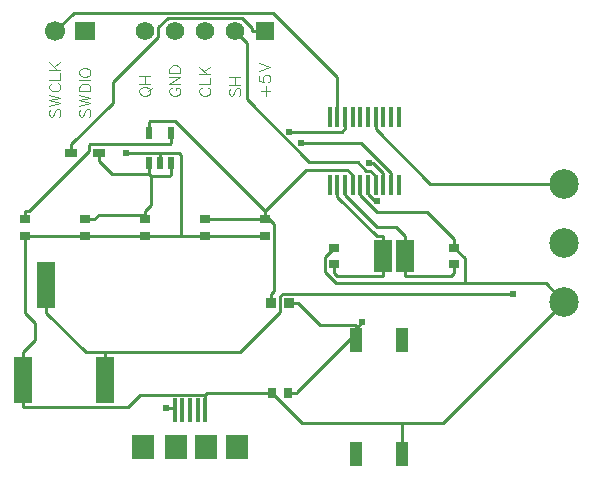
<source format=gtl>
G04 Layer: TopLayer*
G04 EasyEDA v6.5.40, 2024-08-17 15:48:36*
G04 cb6e2e9fbd21486d88ae5690d2d3dc00,10*
G04 Gerber Generator version 0.2*
G04 Scale: 100 percent, Rotated: No, Reflected: No *
G04 Dimensions in millimeters *
G04 leading zeros omitted , absolute positions ,4 integer and 5 decimal *
%FSLAX45Y45*%
%MOMM*%

%AMMACRO1*21,1,$1,$2,0,0,$3*%
%ADD10C,0.1000*%
%ADD11C,0.2540*%
%ADD12O,0.36400740000000004X1.7420082*%
%ADD13R,0.9000X0.8000*%
%ADD14R,1.0000X0.7500*%
%ADD15R,0.6000X1.1000*%
%ADD16MACRO1,1.5X2.7X0.0000*%
%ADD17R,0.4500X2.0000*%
%ADD18R,1.9000X2.1000*%
%ADD19R,0.8000X0.9000*%
%ADD20MACRO1,0.864X0.8065X-90.0000*%
%ADD21R,1.5000X4.0000*%
%ADD22R,1.0000X2.0000*%
%ADD23C,1.5748*%
%ADD24R,1.5748X1.5748*%
%ADD25R,1.7000X1.5748*%
%ADD26C,1.7000*%
%ADD27C,2.5000*%
%ADD28C,0.6100*%
%ADD29C,0.0148*%

%LPD*%
D10*
X725426Y3162554D02*
G01*
X716536Y3153410D01*
X711964Y3139694D01*
X711964Y3121405D01*
X716536Y3107944D01*
X725426Y3098800D01*
X734570Y3098800D01*
X743714Y3103371D01*
X748286Y3107944D01*
X752858Y3117087D01*
X762002Y3144265D01*
X766320Y3153410D01*
X770892Y3157981D01*
X780036Y3162554D01*
X793752Y3162554D01*
X802896Y3153410D01*
X807468Y3139694D01*
X807468Y3121405D01*
X802896Y3107944D01*
X793752Y3098800D01*
X711964Y3192526D02*
G01*
X807468Y3215131D01*
X711964Y3237992D02*
G01*
X807468Y3215131D01*
X711964Y3237992D02*
G01*
X807468Y3260597D01*
X711964Y3283457D02*
G01*
X807468Y3260597D01*
X734570Y3381502D02*
G01*
X725426Y3376929D01*
X716536Y3367786D01*
X711964Y3358895D01*
X711964Y3340607D01*
X716536Y3331463D01*
X725426Y3322320D01*
X734570Y3318002D01*
X748286Y3313429D01*
X770892Y3313429D01*
X784608Y3318002D01*
X793752Y3322320D01*
X802896Y3331463D01*
X807468Y3340607D01*
X807468Y3358895D01*
X802896Y3367786D01*
X793752Y3376929D01*
X784608Y3381502D01*
X711964Y3411473D02*
G01*
X807468Y3411473D01*
X807468Y3411473D02*
G01*
X807468Y3466084D01*
X711964Y3496055D02*
G01*
X807468Y3496055D01*
X711964Y3559810D02*
G01*
X775464Y3496055D01*
X752858Y3518915D02*
G01*
X807468Y3559810D01*
X979426Y3162554D02*
G01*
X970536Y3153410D01*
X965964Y3139694D01*
X965964Y3121405D01*
X970536Y3107944D01*
X979426Y3098800D01*
X988570Y3098800D01*
X997714Y3103371D01*
X1002286Y3107944D01*
X1006858Y3117087D01*
X1016002Y3144265D01*
X1020320Y3153410D01*
X1024892Y3157981D01*
X1034036Y3162554D01*
X1047752Y3162554D01*
X1056896Y3153410D01*
X1061468Y3139694D01*
X1061468Y3121405D01*
X1056896Y3107944D01*
X1047752Y3098800D01*
X965964Y3192526D02*
G01*
X1061468Y3215131D01*
X965964Y3237992D02*
G01*
X1061468Y3215131D01*
X965964Y3237992D02*
G01*
X1061468Y3260597D01*
X965964Y3283457D02*
G01*
X1061468Y3260597D01*
X965964Y3313429D02*
G01*
X1061468Y3313429D01*
X965964Y3313429D02*
G01*
X965964Y3345179D01*
X970536Y3358895D01*
X979426Y3367786D01*
X988570Y3372357D01*
X1002286Y3376929D01*
X1024892Y3376929D01*
X1038608Y3372357D01*
X1047752Y3367786D01*
X1056896Y3358895D01*
X1061468Y3345179D01*
X1061468Y3313429D01*
X965964Y3406902D02*
G01*
X1061468Y3406902D01*
X965964Y3464305D02*
G01*
X970536Y3455162D01*
X979426Y3446018D01*
X988570Y3441445D01*
X1002286Y3436873D01*
X1024892Y3436873D01*
X1038608Y3441445D01*
X1047752Y3446018D01*
X1056896Y3455162D01*
X1061468Y3464305D01*
X1061468Y3482339D01*
X1056896Y3491484D01*
X1047752Y3500628D01*
X1038608Y3505200D01*
X1024892Y3509771D01*
X1002286Y3509771D01*
X988570Y3505200D01*
X979426Y3500628D01*
X970536Y3491484D01*
X965964Y3482339D01*
X965964Y3464305D01*
X1473964Y3303778D02*
G01*
X1478536Y3294887D01*
X1487426Y3285744D01*
X1496570Y3281171D01*
X1510286Y3276600D01*
X1532892Y3276600D01*
X1546608Y3281171D01*
X1555752Y3285744D01*
X1564896Y3294887D01*
X1569468Y3303778D01*
X1569468Y3322065D01*
X1564896Y3331210D01*
X1555752Y3340354D01*
X1546608Y3344671D01*
X1532892Y3349244D01*
X1510286Y3349244D01*
X1496570Y3344671D01*
X1487426Y3340354D01*
X1478536Y3331210D01*
X1473964Y3322065D01*
X1473964Y3303778D01*
X1551180Y3317494D02*
G01*
X1578358Y3344671D01*
X1473964Y3379215D02*
G01*
X1569468Y3379215D01*
X1473964Y3442970D02*
G01*
X1569468Y3442970D01*
X1519430Y3379215D02*
G01*
X1519430Y3442970D01*
X1750570Y3344671D02*
G01*
X1741426Y3340354D01*
X1732536Y3331210D01*
X1727964Y3322065D01*
X1727964Y3303778D01*
X1732536Y3294887D01*
X1741426Y3285744D01*
X1750570Y3281171D01*
X1764286Y3276600D01*
X1786892Y3276600D01*
X1800608Y3281171D01*
X1809752Y3285744D01*
X1818896Y3294887D01*
X1823468Y3303778D01*
X1823468Y3322065D01*
X1818896Y3331210D01*
X1809752Y3340354D01*
X1800608Y3344671D01*
X1786892Y3344671D01*
X1786892Y3322065D02*
G01*
X1786892Y3344671D01*
X1727964Y3374897D02*
G01*
X1823468Y3374897D01*
X1727964Y3374897D02*
G01*
X1823468Y3438397D01*
X1727964Y3438397D02*
G01*
X1823468Y3438397D01*
X1727964Y3468370D02*
G01*
X1823468Y3468370D01*
X1727964Y3468370D02*
G01*
X1727964Y3500120D01*
X1732536Y3513836D01*
X1741426Y3522979D01*
X1750570Y3527552D01*
X1764286Y3532123D01*
X1786892Y3532123D01*
X1800608Y3527552D01*
X1809752Y3522979D01*
X1818896Y3513836D01*
X1823468Y3500120D01*
X1823468Y3468370D01*
X2004570Y3344671D02*
G01*
X1995426Y3340354D01*
X1986536Y3331210D01*
X1981964Y3322065D01*
X1981964Y3303778D01*
X1986536Y3294887D01*
X1995426Y3285744D01*
X2004570Y3281171D01*
X2018286Y3276600D01*
X2040892Y3276600D01*
X2054608Y3281171D01*
X2063752Y3285744D01*
X2072896Y3294887D01*
X2077468Y3303778D01*
X2077468Y3322065D01*
X2072896Y3331210D01*
X2063752Y3340354D01*
X2054608Y3344671D01*
X1981964Y3374897D02*
G01*
X2077468Y3374897D01*
X2077468Y3374897D02*
G01*
X2077468Y3429254D01*
X1981964Y3459226D02*
G01*
X2077468Y3459226D01*
X1981964Y3522979D02*
G01*
X2045464Y3459226D01*
X2022858Y3482086D02*
G01*
X2077468Y3522979D01*
X2249426Y3340354D02*
G01*
X2240536Y3331210D01*
X2235964Y3317494D01*
X2235964Y3299205D01*
X2240536Y3285744D01*
X2249426Y3276600D01*
X2258570Y3276600D01*
X2267714Y3281171D01*
X2272286Y3285744D01*
X2276858Y3294887D01*
X2286002Y3322065D01*
X2290320Y3331210D01*
X2294892Y3335781D01*
X2304036Y3340354D01*
X2317752Y3340354D01*
X2326896Y3331210D01*
X2331468Y3317494D01*
X2331468Y3299205D01*
X2326896Y3285744D01*
X2317752Y3276600D01*
X2235964Y3370326D02*
G01*
X2331468Y3370326D01*
X2235964Y3433826D02*
G01*
X2331468Y3433826D01*
X2281430Y3370326D02*
G01*
X2281430Y3433826D01*
X2503426Y3317494D02*
G01*
X2585468Y3317494D01*
X2544320Y3276600D02*
G01*
X2544320Y3358387D01*
X2489964Y3442970D02*
G01*
X2489964Y3397504D01*
X2530858Y3392931D01*
X2526286Y3397504D01*
X2521714Y3411220D01*
X2521714Y3424681D01*
X2526286Y3438397D01*
X2535430Y3447542D01*
X2548892Y3452113D01*
X2558036Y3452113D01*
X2571752Y3447542D01*
X2580896Y3438397D01*
X2585468Y3424681D01*
X2585468Y3411220D01*
X2580896Y3397504D01*
X2576324Y3392931D01*
X2567180Y3388360D01*
X2489964Y3482086D02*
G01*
X2585468Y3518407D01*
X2489964Y3554729D02*
G01*
X2585468Y3518407D01*
D11*
X688339Y1437309D02*
G01*
X1022959Y1102690D01*
X1186179Y1102690D01*
X1186179Y869950D02*
G01*
X1186179Y1102690D01*
X688339Y1670050D02*
G01*
X688339Y1437309D01*
X1186179Y1102690D02*
G01*
X2323896Y1102690D01*
X2669133Y1447927D01*
X2669133Y1580794D01*
X2688412Y1600072D01*
X4639945Y1600072D01*
X2286000Y3822700D02*
G01*
X2382951Y3725748D01*
X2382951Y3243859D01*
X2915411Y2711399D01*
X3328187Y2711399D01*
X3397173Y2642412D01*
X3429025Y2642412D01*
X3475710Y2595727D01*
X3475710Y2519603D01*
X3700221Y243916D02*
G01*
X3700221Y376656D01*
X2596997Y760653D02*
G01*
X2596997Y762000D01*
X2596997Y760653D02*
G01*
X2052218Y760653D01*
X2035022Y743457D01*
X3700221Y376656D02*
G01*
X3700221Y508711D01*
X2596997Y760653D02*
G01*
X2848940Y508711D01*
X3700221Y508711D01*
X3700221Y508711D02*
G01*
X4048709Y508711D01*
X5071872Y1531873D01*
X508000Y2088997D02*
G01*
X1016000Y2088997D01*
X1016000Y2088997D02*
G01*
X1524000Y2088997D01*
X4229430Y1688490D02*
G01*
X3144647Y1688490D01*
X3046323Y1786813D01*
X3046323Y1909826D01*
X3124200Y1987702D01*
X5071872Y1531873D02*
G01*
X4915255Y1688490D01*
X4229430Y1688490D01*
X4229430Y1688490D02*
G01*
X4229430Y1898472D01*
X4140200Y1987702D01*
X1825447Y2088997D02*
G01*
X1825447Y2772892D01*
X1808378Y2789961D01*
X1651127Y2789961D01*
X1651000Y2789834D01*
X1524000Y2088997D02*
G01*
X1825447Y2088997D01*
X1825447Y2088997D02*
G01*
X2032000Y2088997D01*
X2032000Y2088997D02*
G01*
X2540000Y2088997D01*
X4140200Y1987702D02*
G01*
X4140200Y2060447D01*
X490220Y1102690D02*
G01*
X596036Y1208506D01*
X596036Y1348486D01*
X508000Y1436522D01*
X508000Y2088997D01*
X490220Y869950D02*
G01*
X490220Y1102690D01*
X3345713Y2519603D02*
G01*
X3345713Y2436113D01*
X3489401Y2292426D01*
X3908221Y2292426D01*
X4140200Y2060447D01*
X1651000Y2778531D02*
G01*
X1651000Y2789834D01*
X1651000Y2702077D02*
G01*
X1651000Y2778531D01*
X1651000Y2789834D02*
G01*
X1650872Y2789961D01*
X1366138Y2789961D01*
X2035022Y732154D02*
G01*
X2035022Y743457D01*
X2035022Y610692D02*
G01*
X2035022Y732154D01*
X2035022Y743457D02*
G01*
X2034895Y743585D01*
X1483639Y743585D01*
X1377137Y637082D01*
X490346Y637082D01*
X490220Y637209D01*
X490220Y869950D02*
G01*
X490220Y637209D01*
X1745995Y2874365D02*
G01*
X1735988Y2864357D01*
X1057782Y2864357D01*
X1050391Y2856966D01*
X1050391Y2807766D01*
X544372Y2301747D01*
X508000Y2301747D01*
X1745995Y2962122D02*
G01*
X1745995Y2874365D01*
X508000Y2229002D02*
G01*
X508000Y2301747D01*
X1556004Y2614345D02*
G01*
X1242669Y2614345D01*
X1133246Y2723769D01*
X1556004Y2702077D02*
G01*
X1556004Y2614345D01*
X1133246Y2794000D02*
G01*
X1133246Y2723769D01*
X1745995Y2702077D02*
G01*
X1745995Y2614345D01*
X1570888Y2599461D02*
G01*
X1570888Y2348636D01*
X1524000Y2301747D01*
X1745995Y2614345D02*
G01*
X1731111Y2599461D01*
X1570888Y2599461D01*
X1570888Y2599461D02*
G01*
X1556004Y2614345D01*
X1524000Y2229002D02*
G01*
X1524000Y2265375D01*
X1524000Y2265375D02*
G01*
X1524000Y2301747D01*
X1524000Y2265375D02*
G01*
X1130122Y2265375D01*
X1093749Y2229002D01*
X1016000Y2229002D02*
G01*
X1093749Y2229002D01*
X3150692Y3093796D02*
G01*
X3150692Y3433470D01*
X2604261Y3979900D01*
X919200Y3979900D01*
X762000Y3822700D01*
X3727195Y1749958D02*
G01*
X4115206Y1749958D01*
X4140200Y1774952D01*
X4140200Y1847697D02*
G01*
X4140200Y1774952D01*
X3727195Y1833829D02*
G01*
X3727195Y1749958D01*
X3727195Y1833829D02*
G01*
X3727195Y1917700D01*
X3727195Y1917700D02*
G01*
X3727195Y2085441D01*
X3727195Y2085441D02*
G01*
X3647592Y2165045D01*
X3488258Y2165045D01*
X3215690Y2437612D01*
X3215690Y2519603D01*
X3537204Y1749958D02*
G01*
X3149193Y1749958D01*
X3124200Y1774952D01*
X3124200Y1847697D02*
G01*
X3124200Y1774952D01*
X3537204Y1833829D02*
G01*
X3537204Y1749958D01*
X3537204Y1833829D02*
G01*
X3537204Y1917700D01*
X3150692Y2519603D02*
G01*
X3150692Y2418079D01*
X3483330Y2085441D01*
X3537204Y2085441D01*
X3537204Y1917700D02*
G01*
X3537204Y2085441D01*
X5071872Y2531871D02*
G01*
X3937101Y2531871D01*
X3475710Y2993262D01*
X3475710Y3093796D01*
X3310204Y1336649D02*
G01*
X3002737Y1336649D01*
X2815386Y1524000D01*
X3310204Y1203909D02*
G01*
X3310204Y1270279D01*
X2737002Y762000D02*
G01*
X2809747Y762000D01*
X2742336Y1524000D02*
G01*
X2815386Y1524000D01*
X3310204Y1270279D02*
G01*
X2809747Y769823D01*
X2809747Y762000D01*
X3310204Y1270279D02*
G01*
X3310204Y1303477D01*
X3310204Y1303477D02*
G01*
X3310204Y1336649D01*
X3490671Y2380716D02*
G01*
X3471545Y2380716D01*
X3410711Y2441549D01*
X3410711Y2519603D01*
X3310204Y1303477D02*
G01*
X3362959Y1356232D01*
X2744774Y2971596D02*
G01*
X3187496Y2971596D01*
X3215690Y2999790D01*
X3215690Y3093796D01*
X3423386Y2705760D02*
G01*
X3455314Y2705760D01*
X3540709Y2620365D01*
X3540709Y2519603D01*
X3605707Y2519603D02*
G01*
X3605707Y2619806D01*
X3353815Y2871698D01*
X2848305Y2871698D01*
X898753Y2864230D02*
G01*
X1251610Y3217087D01*
X1251610Y3392449D01*
X1635607Y3776446D01*
X1635607Y3855313D01*
X1714576Y3934282D01*
X2344800Y3934282D01*
X2428519Y3850563D01*
X2428519Y3822700D01*
X898753Y2794000D02*
G01*
X898753Y2864230D01*
X2540000Y3822700D02*
G01*
X2428519Y3822700D01*
X1699945Y634872D02*
G01*
X1750745Y634872D01*
X1774926Y610692D01*
X2032000Y2229002D02*
G01*
X2540000Y2229002D01*
X3280689Y2519603D02*
G01*
X3280689Y2605659D01*
X3237661Y2648686D01*
X2886938Y2648686D01*
X2540000Y2301747D01*
X1556004Y2962122D02*
G01*
X1556004Y3049854D01*
X2540000Y2301747D02*
G01*
X1778177Y3063570D01*
X1569720Y3063570D01*
X1556004Y3049854D01*
X2540000Y2229002D02*
G01*
X2540000Y2265375D01*
X2540000Y2265375D02*
G01*
X2540000Y2301747D01*
X2540000Y2265375D02*
G01*
X2617876Y2187498D01*
X2617876Y1626158D01*
X2591663Y1599945D01*
X2591663Y1524000D02*
G01*
X2591663Y1599945D01*
D12*
G01*
X3085696Y2519603D03*
G01*
X3150694Y2519603D03*
G01*
X3215693Y2519603D03*
G01*
X3280691Y2519603D03*
G01*
X3345715Y2519603D03*
G01*
X3410714Y2519603D03*
G01*
X3475713Y2519603D03*
G01*
X3540711Y2519603D03*
G01*
X3605710Y2519603D03*
G01*
X3670708Y2519603D03*
G01*
X3085696Y3093796D03*
G01*
X3150694Y3093796D03*
G01*
X3215693Y3093796D03*
G01*
X3280691Y3093796D03*
G01*
X3345715Y3093796D03*
G01*
X3410714Y3093796D03*
G01*
X3475713Y3093796D03*
G01*
X3540711Y3093796D03*
G01*
X3605710Y3093796D03*
G01*
X3670708Y3093796D03*
D13*
G01*
X2540002Y2229002D03*
G01*
X2540002Y2088997D03*
G01*
X2032002Y2229002D03*
G01*
X2032002Y2088997D03*
G01*
X3124202Y1847697D03*
G01*
X3124202Y1987702D03*
G01*
X4140202Y1847697D03*
G01*
X4140202Y1987702D03*
G01*
X1016002Y2229002D03*
G01*
X1016002Y2088997D03*
G01*
X1524002Y2229002D03*
G01*
X1524002Y2088997D03*
G01*
X508002Y2229002D03*
G01*
X508002Y2088997D03*
D14*
G01*
X898756Y2794000D03*
G01*
X1133248Y2794000D03*
D15*
G01*
X1556006Y2962122D03*
G01*
X1745998Y2962122D03*
G01*
X1745998Y2702077D03*
G01*
X1651002Y2702077D03*
G01*
X1556006Y2702077D03*
D16*
G01*
X3727202Y1917700D03*
G01*
X3537202Y1917700D03*
D17*
G01*
X2035022Y610692D03*
G01*
X1969998Y610692D03*
G01*
X1904974Y610692D03*
G01*
X1839950Y610692D03*
G01*
X1774926Y610692D03*
D18*
G01*
X2304999Y303682D03*
G01*
X1505000Y303682D03*
G01*
X1784019Y302158D03*
G01*
X2035987Y300202D03*
D19*
G01*
X2737004Y762000D03*
G01*
X2597000Y762000D03*
D20*
G01*
X2591677Y1524000D03*
G01*
X2742327Y1524000D03*
D21*
G01*
X490222Y869950D03*
G01*
X1186182Y869950D03*
G01*
X688342Y1670050D03*
D22*
G01*
X3700211Y1203896D03*
G01*
X3700211Y243903D03*
G01*
X3310194Y1203896D03*
G01*
X3310194Y243903D03*
D23*
G01*
X1524002Y3822700D03*
G01*
X1778002Y3822700D03*
G01*
X2032002Y3822700D03*
G01*
X2286002Y3822700D03*
D24*
G01*
X2540002Y3822700D03*
D25*
G01*
X1016002Y3822700D03*
D26*
G01*
X762002Y3822700D03*
D27*
G01*
X5071874Y2032000D03*
G01*
X5071874Y2531871D03*
G01*
X5071874Y1531873D03*
D28*
G01*
X1699945Y634872D03*
G01*
X2848305Y2871698D03*
G01*
X3423386Y2705760D03*
G01*
X2744774Y2971596D03*
G01*
X3490671Y2380716D03*
G01*
X3362959Y1356232D03*
G01*
X1366138Y2789961D03*
G01*
X4639945Y1600072D03*
M02*

</source>
